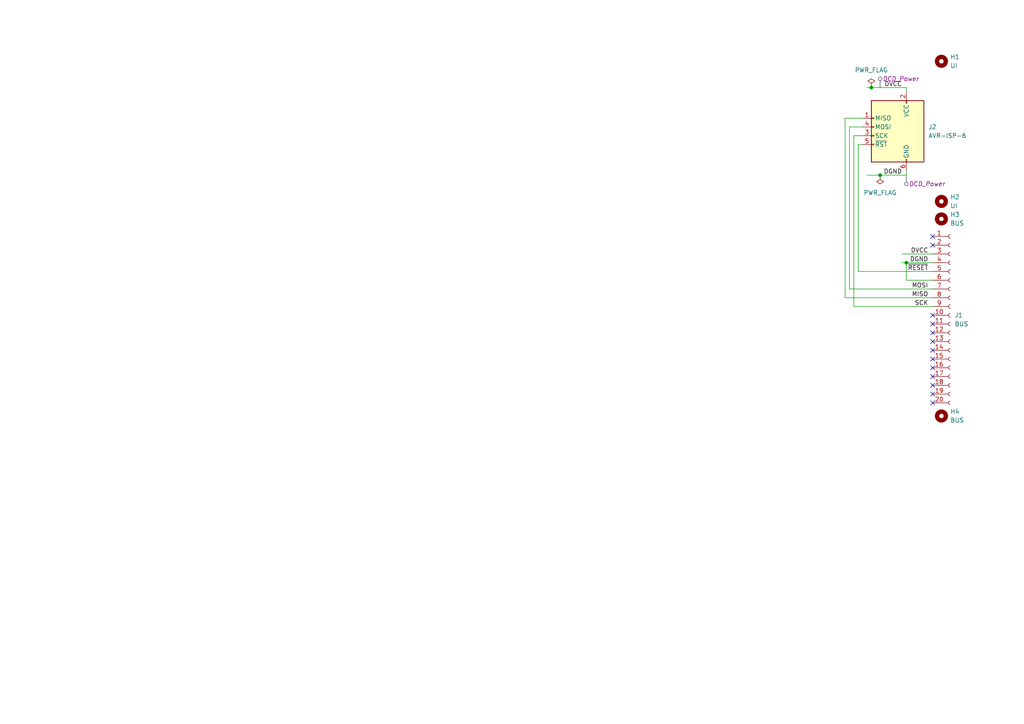
<source format=kicad_sch>
(kicad_sch (version 20250114) (generator "eeschema") (generator_version "9.0")
  (paper "A4")
  (title_block (title "Atmel ICSP interface for CPU(ATMega)") (date "2025-03-25") (rev "2"))
  (lib_symbols
    (symbol "Connector:AVR-ISP-6" (pin_names (offset 1.016))
      (property "Reference" "J" (at -6.35 11.43 0))
      (property "Value" "AVR-ISP-6" (at 0 11.43 0))
      (symbol "AVR-ISP-6_0_1"
        (rectangle (start -2.667 10.16) (end -2.413 9.398))
        (rectangle (start -2.667 -6.858) (end -2.413 -7.62))
        (rectangle (start 7.62 10.16) (end -7.62 -7.62) (stroke (width 0.254)) (fill (type background)))
        (rectangle (start 7.62 5.207) (end 6.858 4.953))
        (rectangle (start 7.62 2.667) (end 6.858 2.413))
        (rectangle (start 7.62 0.127) (end 6.858 -0.127))
        (rectangle (start 7.62 -2.413) (end 6.858 -2.667))
      )
      (symbol "AVR-ISP-6_1_1"
        (pin passive line (at -2.54 12.7 270) (length 2.54) (name "VCC") (number "2"))
        (pin passive line (at -2.54 -10.16 90) (length 2.54) (name "GND") (number "6"))
        (pin passive line (at 10.16 5.08 180) (length 2.54) (name "MISO") (number "1"))
        (pin passive line (at 10.16 2.54 180) (length 2.54) (name "MOSI") (number "4"))
        (pin passive line (at 10.16 0 180) (length 2.54) (name "SCK") (number "3"))
        (pin passive line (at 10.16 -2.54 180) (length 2.54) (name "~{RST}") (number "5"))
      )
    )
    (symbol "Connector:Conn_01x20_Socket" (pin_names (offset 1.016) (hide yes))
      (property "Reference" "J" (at 0 25.4 0))
      (property "Value" "Conn_01x20_Socket" (at 0 -27.94 0))
      (symbol "Conn_01x20_Socket_1_1"
        (polyline (pts (xy -1.27 22.86) (xy -0.508 22.86)) (stroke (width 0.1524)))
        (polyline (pts (xy -1.27 20.32) (xy -0.508 20.32)) (stroke (width 0.1524)))
        (polyline (pts (xy -1.27 17.78) (xy -0.508 17.78)) (stroke (width 0.1524)))
        (polyline (pts (xy -1.27 15.24) (xy -0.508 15.24)) (stroke (width 0.1524)))
        (polyline (pts (xy -1.27 12.7) (xy -0.508 12.7)) (stroke (width 0.1524)))
        (polyline (pts (xy -1.27 10.16) (xy -0.508 10.16)) (stroke (width 0.1524)))
        (polyline (pts (xy -1.27 7.62) (xy -0.508 7.62)) (stroke (width 0.1524)))
        (polyline (pts (xy -1.27 5.08) (xy -0.508 5.08)) (stroke (width 0.1524)))
        (polyline (pts (xy -1.27 2.54) (xy -0.508 2.54)) (stroke (width 0.1524)))
        (polyline (pts (xy -1.27 0) (xy -0.508 0)) (stroke (width 0.1524)))
        (polyline (pts (xy -1.27 -2.54) (xy -0.508 -2.54)) (stroke (width 0.1524)))
        (polyline (pts (xy -1.27 -5.08) (xy -0.508 -5.08)) (stroke (width 0.1524)))
        (polyline (pts (xy -1.27 -7.62) (xy -0.508 -7.62)) (stroke (width 0.1524)))
        (polyline (pts (xy -1.27 -10.16) (xy -0.508 -10.16)) (stroke (width 0.1524)))
        (polyline (pts (xy -1.27 -12.7) (xy -0.508 -12.7)) (stroke (width 0.1524)))
        (polyline (pts (xy -1.27 -15.24) (xy -0.508 -15.24)) (stroke (width 0.1524)))
        (polyline (pts (xy -1.27 -17.78) (xy -0.508 -17.78)) (stroke (width 0.1524)))
        (polyline (pts (xy -1.27 -20.32) (xy -0.508 -20.32)) (stroke (width 0.1524)))
        (polyline (pts (xy -1.27 -22.86) (xy -0.508 -22.86)) (stroke (width 0.1524)))
        (polyline (pts (xy -1.27 -25.4) (xy -0.508 -25.4)) (stroke (width 0.1524)))
        (arc (start 0 22.352) (mid -0.5058 22.86) (end 0 23.368) (stroke (width 0.1524)))
        (arc (start 0 19.812) (mid -0.5058 20.32) (end 0 20.828) (stroke (width 0.1524)))
        (arc (start 0 17.272) (mid -0.5058 17.78) (end 0 18.288) (stroke (width 0.1524)))
        (arc (start 0 14.732) (mid -0.5058 15.24) (end 0 15.748) (stroke (width 0.1524)))
        (arc (start 0 12.192) (mid -0.5058 12.7) (end 0 13.208) (stroke (width 0.1524)))
        (arc (start 0 9.652) (mid -0.5058 10.16) (end 0 10.668) (stroke (width 0.1524)))
        (arc (start 0 7.112) (mid -0.5058 7.62) (end 0 8.128) (stroke (width 0.1524)))
        (arc (start 0 4.572) (mid -0.5058 5.08) (end 0 5.588) (stroke (width 0.1524)))
        (arc (start 0 2.032) (mid -0.5058 2.54) (end 0 3.048) (stroke (width 0.1524)))
        (arc (start 0 -0.508) (mid -0.5058 0) (end 0 0.508) (stroke (width 0.1524)))
        (arc (start 0 -3.048) (mid -0.5058 -2.54) (end 0 -2.032) (stroke (width 0.1524)))
        (arc (start 0 -5.588) (mid -0.5058 -5.08) (end 0 -4.572) (stroke (width 0.1524)))
        (arc (start 0 -8.128) (mid -0.5058 -7.62) (end 0 -7.112) (stroke (width 0.1524)))
        (arc (start 0 -10.668) (mid -0.5058 -10.16) (end 0 -9.652) (stroke (width 0.1524)))
        (arc (start 0 -13.208) (mid -0.5058 -12.7) (end 0 -12.192) (stroke (width 0.1524)))
        (arc (start 0 -15.748) (mid -0.5058 -15.24) (end 0 -14.732) (stroke (width 0.1524)))
        (arc (start 0 -18.288) (mid -0.5058 -17.78) (end 0 -17.272) (stroke (width 0.1524)))
        (arc (start 0 -20.828) (mid -0.5058 -20.32) (end 0 -19.812) (stroke (width 0.1524)))
        (arc (start 0 -23.368) (mid -0.5058 -22.86) (end 0 -22.352) (stroke (width 0.1524)))
        (arc (start 0 -25.908) (mid -0.5058 -25.4) (end 0 -24.892) (stroke (width 0.1524)))
        (pin passive line (at -5.08 22.86 0) (length 3.81) (name "Pin_1") (number "1"))
        (pin passive line (at -5.08 20.32 0) (length 3.81) (name "Pin_2") (number "2"))
        (pin passive line (at -5.08 17.78 0) (length 3.81) (name "Pin_3") (number "3"))
        (pin passive line (at -5.08 15.24 0) (length 3.81) (name "Pin_4") (number "4"))
        (pin passive line (at -5.08 12.7 0) (length 3.81) (name "Pin_5") (number "5"))
        (pin passive line (at -5.08 10.16 0) (length 3.81) (name "Pin_6") (number "6"))
        (pin passive line (at -5.08 7.62 0) (length 3.81) (name "Pin_7") (number "7"))
        (pin passive line (at -5.08 5.08 0) (length 3.81) (name "Pin_8") (number "8"))
        (pin passive line (at -5.08 2.54 0) (length 3.81) (name "Pin_9") (number "9"))
        (pin passive line (at -5.08 0 0) (length 3.81) (name "Pin_10") (number "10"))
        (pin passive line (at -5.08 -2.54 0) (length 3.81) (name "Pin_11") (number "11"))
        (pin passive line (at -5.08 -5.08 0) (length 3.81) (name "Pin_12") (number "12"))
        (pin passive line (at -5.08 -7.62 0) (length 3.81) (name "Pin_13") (number "13"))
        (pin passive line (at -5.08 -10.16 0) (length 3.81) (name "Pin_14") (number "14"))
        (pin passive line (at -5.08 -12.7 0) (length 3.81) (name "Pin_15") (number "15"))
        (pin passive line (at -5.08 -15.24 0) (length 3.81) (name "Pin_16") (number "16"))
        (pin passive line (at -5.08 -17.78 0) (length 3.81) (name "Pin_17") (number "17"))
        (pin passive line (at -5.08 -20.32 0) (length 3.81) (name "Pin_18") (number "18"))
        (pin passive line (at -5.08 -22.86 0) (length 3.81) (name "Pin_19") (number "19"))
        (pin passive line (at -5.08 -25.4 0) (length 3.81) (name "Pin_20") (number "20"))
      )
    )
    (symbol "Mechanical:MountingHole" (pin_names (offset 1.016)) (exclude_from_sim yes) (in_bom no)
      (property "Reference" "H" (at 0 5.08 0))
      (property "Value" "MountingHole" (at 0 3.175 0))
      (symbol "MountingHole_0_1"
        (circle (center 0 0) (radius 1.27) (stroke (width 1.27)))
      )
    )
    (symbol "power:PWR_FLAG" (power) (pin_numbers (hide yes)) (pin_names (offset 0) (hide yes))
      (property "Value" "PWR_FLAG" (at 0 3.81 0))
      (symbol "PWR_FLAG_0_0"
        (pin power_out line (at 0 0 90) (length 0) (name "~") (number "1"))
      )
      (symbol "PWR_FLAG_0_1"
        (polyline (pts (xy 0 0) (xy 0 1.27) (xy -1.016 1.905) (xy 0 2.54) (xy 1.016 1.905) (xy 0 1.27)))
      )
    )
  )
  (junction (at 262.89 76.2))
  (junction (at 252.73 25.4))
  (junction (at 255.27 50.8))
  (no_connect (at 270.51 71.12))
  (no_connect (at 270.51 104.14))
  (no_connect (at 270.51 96.52))
  (no_connect (at 270.51 91.44))
  (no_connect (at 270.51 68.58))
  (no_connect (at 270.51 93.98))
  (no_connect (at 270.51 101.6))
  (no_connect (at 270.51 116.84))
  (no_connect (at 270.51 114.3))
  (no_connect (at 270.51 106.68))
  (no_connect (at 270.51 109.22))
  (no_connect (at 270.51 111.76))
  (no_connect (at 270.51 99.06))
  (wire (pts (xy 250.19 39.37) (xy 247.65 39.37)))
  (wire (pts (xy 261.62 76.2) (xy 262.89 76.2)))
  (wire (pts (xy 261.62 73.66) (xy 270.51 73.66)))
  (wire (pts (xy 245.11 34.29) (xy 245.11 86.36)))
  (wire (pts (xy 252.73 25.4) (xy 262.89 25.4)))
  (wire (pts (xy 247.65 88.9) (xy 270.51 88.9)))
  (wire (pts (xy 245.11 86.36) (xy 270.51 86.36)))
  (wire (pts (xy 250.19 41.91) (xy 248.92 41.91)))
  (wire (pts (xy 262.89 26.67) (xy 262.89 25.4)))
  (wire (pts (xy 251.46 50.8) (xy 255.27 50.8)))
  (wire (pts (xy 247.65 39.37) (xy 247.65 88.9)))
  (wire (pts (xy 270.51 81.28) (xy 262.89 81.28)))
  (wire (pts (xy 248.92 78.74) (xy 270.51 78.74)))
  (wire (pts (xy 248.92 41.91) (xy 248.92 78.74)))
  (wire (pts (xy 262.89 76.2) (xy 270.51 76.2)))
  (wire (pts (xy 250.19 34.29) (xy 245.11 34.29)))
  (wire (pts (xy 262.89 81.28) (xy 262.89 76.2)))
  (wire (pts (xy 262.89 49.53) (xy 262.89 50.8)))
  (wire (pts (xy 246.38 36.83) (xy 246.38 83.82)))
  (wire (pts (xy 246.38 83.82) (xy 270.51 83.82)))
  (wire (pts (xy 255.27 50.8) (xy 262.89 50.8)))
  (wire (pts (xy 250.19 36.83) (xy 246.38 36.83)))
  (wire (pts (xy 251.46 25.4) (xy 252.73 25.4)))
  (label "MOSI" (at 269.24 83.82 180))
  (label "MISO" (at 269.24 86.36 180))
  (label "SCK" (at 269.24 88.9 180))
  (label "~{RESET}" (at 269.24 78.74 180))
  (label "DGND" (at 269.24 76.2 180))
  (label "DVCC" (at 269.24 73.66 180))
  (label "DVCC" (at 261.62 25.4 180))
  (label "DGND" (at 261.62 50.8 180))
  (netclass_flag "" (length 2.54) (shape round) (at 255.27 25.4 0) (property "Netclass" "DCD_Power" (at 255.9685 22.86 0) (effects (font (italic yes)) (justify left))))
  (netclass_flag "" (length 2.54) (shape round) (at 262.89 50.8 180) (property "Netclass" "DCD_Power" (at 263.5885 53.34 0) (effects (font (italic yes)) (justify left))))
  (symbol (lib_id "Mechanical:MountingHole") (at 273.05 120.65 0) (unit 1) (exclude_from_sim yes) (in_bom no)
    (property "Reference" "H4" (at 275.59 119.3799 0) (effects (justify left)))
    (property "Value" "BUS" (at 275.59 121.9199 0) (effects (justify left)))
    (property "Footprint" "MountingHole:MountingHole_3.2mm_M3_ISO7380" (effects (hide yes)))
    (property "Description" "Mounting Hole without connection" (effects (hide yes)))
  )
  (symbol (lib_id "power:PWR_FLAG") (at 252.73 25.4 0) (unit 1)
    (property "Reference" "#FLG03" (effects (hide yes)))
    (property "Value" "PWR_FLAG" (at 252.73 20.32 0))
    (property "Description" "Special symbol for telling ERC where power comes from" (effects (hide yes)))
  )
  (symbol (lib_id "Connector:AVR-ISP-6") (at 260.35 39.37 0) (mirror y) (unit 1)
    (property "Reference" "J2" (at 269.24 36.8299 0) (effects (justify right)))
    (property "Value" "AVR-ISP-6" (at 269.24 39.3699 0) (effects (justify right)))
    (property "Footprint" "Connector_IDC:IDC-Header_2x03_P2.54mm_Horizontal" (effects (hide yes)))
    (property "Description" "Atmel 6-pin ISP connector" (effects (hide yes)))
  )
  (symbol (lib_id "Mechanical:MountingHole") (at 273.05 58.42 0) (unit 1) (exclude_from_sim yes) (in_bom no)
    (property "Reference" "H2" (at 275.59 57.1499 0) (effects (justify left)))
    (property "Value" "UI" (at 275.59 59.6899 0) (effects (justify left)))
    (property "Footprint" "MountingHole:MountingHole_3.2mm_M3_ISO7380" (effects (hide yes)))
    (property "Description" "Mounting Hole without connection" (effects (hide yes)))
  )
  (symbol (lib_id "Mechanical:MountingHole") (at 273.05 17.78 0) (unit 1) (exclude_from_sim yes) (in_bom no)
    (property "Reference" "H1" (at 275.59 16.5099 0) (effects (justify left)))
    (property "Value" "UI" (at 275.59 19.0499 0) (effects (justify left)))
    (property "Footprint" "MountingHole:MountingHole_3.2mm_M3_ISO7380" (effects (hide yes)))
    (property "Description" "Mounting Hole without connection" (effects (hide yes)))
  )
  (symbol (lib_id "Mechanical:MountingHole") (at 273.05 63.5 0) (unit 1) (exclude_from_sim yes) (in_bom no)
    (property "Reference" "H3" (at 275.59 62.2299 0) (effects (justify left)))
    (property "Value" "BUS" (at 275.59 64.7699 0) (effects (justify left)))
    (property "Footprint" "MountingHole:MountingHole_3.2mm_M3_ISO7380" (effects (hide yes)))
    (property "Description" "Mounting Hole without connection" (effects (hide yes)))
  )
  (symbol (lib_id "Connector:Conn_01x20_Socket") (at 275.59 91.44 0) (unit 1)
    (property "Reference" "J1" (at 276.86 91.4399 0) (effects (justify left)))
    (property "Value" "BUS" (at 276.86 93.9799 0) (effects (justify left)))
    (property "Footprint" "Connector_PinSocket_2.54mm:PinSocket_2x10_P2.54mm_Vertical" (effects (hide yes)))
    (property "Description" "Generic connector, single row, 01x20, script generated" (effects (hide yes)))
  )
  (symbol (lib_id "power:PWR_FLAG") (at 255.27 50.8 180) (unit 1)
    (property "Reference" "#FLG01" (effects (hide yes)))
    (property "Value" "PWR_FLAG" (at 255.27 55.88 0))
    (property "Description" "Special symbol for telling ERC where power comes from" (effects (hide yes)))
  )
)
</source>
